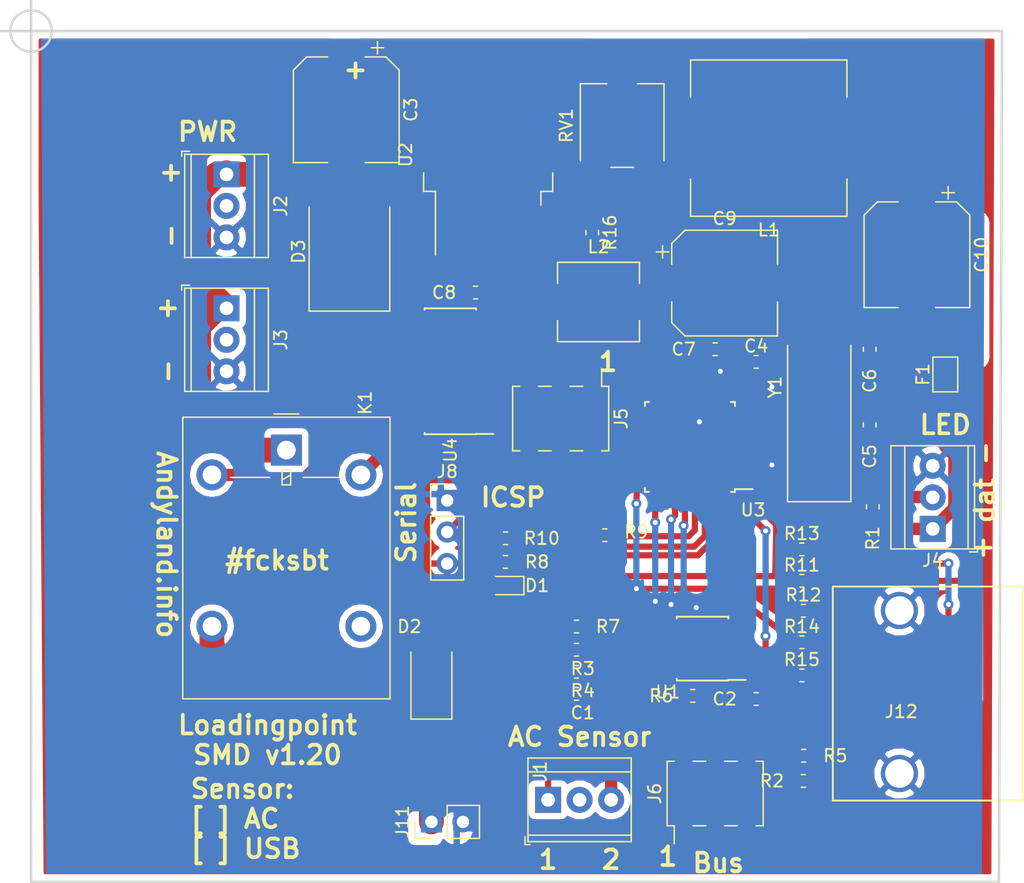
<source format=kicad_pcb>
(kicad_pcb (version 20171130) (host pcbnew 5.0.2-bee76a0~70~ubuntu18.10.1)
  (layers (0 F.Cu signal) (31 B.Cu signal) (34 B.Paste user) (35 F.Paste user) (36 B.SilkS user) (37 F.SilkS user) (38 B.Mask user) (39 F.Mask user) (44 Edge.Cuts user))
  (net 0 "")
  (net 1 GND)
  (net 2 "Net-(C1-Pad1)")
  (net 3 +5V)
  (net 4 "Net-(C5-Pad2)")
  (net 5 "Net-(C6-Pad2)")
  (net 6 "Net-(D1-Pad2)")
  (net 7 RELAIS-OUT)
  (net 8 AC-SENSE)
  (net 9 +12V)
  (net 10 "Net-(J4-Pad2)")
  (net 11 MISO)
  (net 12 SCK)
  (net 13 MOSI)
  (net 14 RESET)
  (net 15 SDAOUT)
  (net 16 SCLOUT)
  (net 17 USB-SENSE)
  (net 18 "Net-(J12-Pad2)")
  (net 19 "Net-(J12-Pad3)")
  (net 20 RELAIS)
  (net 21 WS2812B)
  (net 22 "Net-(R10-Pad2)")
  (net 23 SCL)
  (net 24 D2)
  (net 25 SDA)
  (net 26 RELAIS-DATA)
  (net 27 "Net-(J6-Pad5)")
  (net 28 RX)
  (net 29 TX)
  (net 30 "Net-(C9-Pad1)")
  (net 31 "Net-(C10-Pad1)")
  (net 32 "Net-(D3-Pad1)")
  (net 33 "Net-(R16-Pad1)")
  (module Resistor_SMD:R_0603_1608Metric (layer F.Cu) (at 96.266 82.042 180)
    (fp_text reference R7 (at -2.54 0 180) (layer F.SilkS))
    (fp_text value 470)
    (pad 2 smd roundrect (at 0.7875 0 180) (size 0.875 0.95) (layers F.Cu F.Paste F.Mask) (net 3 +5V))
    (pad 1 smd roundrect (at -0.7875 0 180) (size 0.875 0.95) (layers F.Cu F.Paste F.Mask) (net 16 SCLOUT))
  )
  (module Connector_PinHeader_2.54mm:PinHeader_2x03_P2.54mm_Vertical_SMD (layer F.Cu) (at 94.996 65.278 270)
    (fp_text reference J5 (at 0 -4.87 270) (layer F.SilkS))
    (fp_text value Conn_ICSP)
    (pad 6 smd rect (at 2.525 2.54 270) (size 3.15 1) (layers F.Cu F.Paste F.Mask) (net 1 GND))
    (pad 5 smd rect (at -2.525 2.54 270) (size 3.15 1) (layers F.Cu F.Paste F.Mask) (net 14 RESET))
    (pad 4 smd rect (at 2.525 0 270) (size 3.15 1) (layers F.Cu F.Paste F.Mask) (net 13 MOSI))
    (pad 3 smd rect (at -2.525 0 270) (size 3.15 1) (layers F.Cu F.Paste F.Mask) (net 12 SCK))
    (pad 2 smd rect (at 2.525 -2.54 270) (size 3.15 1) (layers F.Cu F.Paste F.Mask) (net 3 +5V))
    (pad 1 smd rect (at -2.525 -2.54 270) (size 3.15 1) (layers F.Cu F.Paste F.Mask) (net 11 MISO))
  )
  (module Wuerth_USB_A:Wurth_USB_A_62900416021 (layer F.Cu) (at 118.618 83.82)
    (fp_text reference J12 (at 3.81 5.08) (layer F.SilkS))
    (fp_text value USB_A)
    (pad 1 smd rect (at 0 7) (size 3.2 1.2) (layers F.Cu F.Paste F.Mask) (net 17 USB-SENSE))
    (pad 2 smd rect (at 0 4.5) (size 3.2 1.2) (layers F.Cu F.Paste F.Mask) (net 18 "Net-(J12-Pad2)"))
    (pad 3 smd rect (at 0 2.5) (size 3.2 1.2) (layers F.Cu F.Paste F.Mask) (net 19 "Net-(J12-Pad3)"))
    (pad 4 smd rect (at 0 0) (size 3.2 1.2) (layers F.Cu F.Paste F.Mask) (net 1 GND))
    (pad 5 thru_hole circle (at 3.67 -3.07) (size 3 3) (drill 2.3) (layers *.Cu *.Mask) (net 1 GND))
    (pad 5 thru_hole circle (at 3.67 10.07) (size 3 3) (drill 2.3) (layers *.Cu *.Mask) (net 1 GND))
  )
  (module Capacitor_SMD:C_0603_1608Metric (layer F.Cu) (at 110.744 60.706 180)
    (fp_text reference C4 (at 0 1.27 180) (layer F.SilkS))
    (fp_text value 100nF)
    (pad 2 smd roundrect (at 0.7875 0 180) (size 0.875 0.95) (layers F.Cu F.Paste F.Mask) (net 1 GND))
    (pad 1 smd roundrect (at -0.7875 0 180) (size 0.875 0.95) (layers F.Cu F.Paste F.Mask) (net 3 +5V))
  )
  (module Capacitor_SMD:C_0603_1608Metric (layer F.Cu) (at 96.266456 87.470425 180)
    (fp_text reference C1 (at -0.508 -1.524 180) (layer F.SilkS))
    (fp_text value 100µ)
    (pad 1 smd roundrect (at -0.7875 0 180) (size 0.875 0.95) (layers F.Cu F.Paste F.Mask) (net 2 "Net-(C1-Pad1)"))
    (pad 2 smd roundrect (at 0.7875 0 180) (size 0.875 0.95) (layers F.Cu F.Paste F.Mask) (net 1 GND))
  )
  (module Capacitor_SMD:C_0603_1608Metric (layer F.Cu) (at 110.744 87.884)
    (fp_text reference C2 (at -2.54 0) (layer F.SilkS))
    (fp_text value 100nF)
    (pad 1 smd roundrect (at -0.7875 0) (size 0.875 0.95) (layers F.Cu F.Paste F.Mask) (net 3 +5V))
    (pad 2 smd roundrect (at 0.7875 0) (size 0.875 0.95) (layers F.Cu F.Paste F.Mask) (net 1 GND))
  )
  (module Capacitor_SMD:C_0603_1608Metric (layer F.Cu) (at 119.888 65.786 270)
    (fp_text reference C5 (at 2.54 0 270) (layer F.SilkS))
    (fp_text value 18pF)
    (pad 1 smd roundrect (at -0.7875 0 270) (size 0.875 0.95) (layers F.Cu F.Paste F.Mask) (net 1 GND))
    (pad 2 smd roundrect (at 0.7875 0 270) (size 0.875 0.95) (layers F.Cu F.Paste F.Mask) (net 4 "Net-(C5-Pad2)"))
  )
  (module Capacitor_SMD:C_0603_1608Metric (layer F.Cu) (at 119.888 59.69 270)
    (fp_text reference C6 (at 2.54 0 270) (layer F.SilkS))
    (fp_text value 18pF)
    (pad 2 smd roundrect (at 0.7875 0 270) (size 0.875 0.95) (layers F.Cu F.Paste F.Mask) (net 5 "Net-(C6-Pad2)"))
    (pad 1 smd roundrect (at -0.7875 0 270) (size 0.875 0.95) (layers F.Cu F.Paste F.Mask) (net 1 GND))
  )
  (module Capacitor_SMD:C_0603_1608Metric (layer F.Cu) (at 107.442 59.69)
    (fp_text reference C7 (at -2.54 0) (layer F.SilkS))
    (fp_text value 100nF)
    (pad 1 smd roundrect (at -0.7875 0) (size 0.875 0.95) (layers F.Cu F.Paste F.Mask) (net 3 +5V))
    (pad 2 smd roundrect (at 0.7875 0) (size 0.875 0.95) (layers F.Cu F.Paste F.Mask) (net 1 GND))
  )
  (module Capacitor_SMD:C_0603_1608Metric (layer F.Cu) (at 88.138 55.118)
    (fp_text reference C8 (at -2.54 0 -180) (layer F.SilkS))
    (fp_text value 100nF)
    (pad 2 smd roundrect (at 0.7875 0) (size 0.875 0.95) (layers F.Cu F.Paste F.Mask) (net 1 GND))
    (pad 1 smd roundrect (at -0.7875 0) (size 0.875 0.95) (layers F.Cu F.Paste F.Mask) (net 3 +5V))
  )
  (module LED_SMD:LED_0603_1608Metric (layer F.Cu) (at 90.551 78.74 180)
    (fp_text reference D1 (at -2.54 0 180) (layer F.SilkS))
    (fp_text value LED)
    (pad 1 smd roundrect (at -0.7875 0 180) (size 0.875 0.95) (layers F.Cu F.Paste F.Mask) (net 1 GND))
    (pad 2 smd roundrect (at 0.7875 0 180) (size 0.875 0.95) (layers F.Cu F.Paste F.Mask) (net 6 "Net-(D1-Pad2)"))
  )
  (module Diode_SMD:D_SMA (layer F.Cu) (at 84.582 86.106 90)
    (fp_text reference D2 (at 4.064 -1.778 -180) (layer F.SilkS))
    (fp_text value NRVA4007T3G)
    (pad 1 smd rect (at -2 0 90) (size 2.5 1.8) (layers F.Cu F.Paste F.Mask) (net 7 RELAIS-OUT))
    (pad 2 smd rect (at 2 0 90) (size 2.5 1.8) (layers F.Cu F.Paste F.Mask) (net 1 GND))
  )
  (module TerminalBlock_TE-Connectivity:TerminalBlock_TE_282834-3_1x03_P2.54mm_Horizontal (layer F.Cu) (at 93.98 96.012)
    (fp_text reference J1 (at -0.635 -2.286 -270) (layer F.SilkS))
    (fp_text value SENSOR)
    (pad 3 thru_hole circle (at 5.08 0) (size 2.1 2.1) (drill 1.1) (layers *.Cu *.Mask) (net 2 "Net-(C1-Pad1)"))
    (pad 2 thru_hole circle (at 2.54 0) (size 2.1 2.1) (drill 1.1) (layers *.Cu *.Mask))
    (pad 1 thru_hole rect (at 0 0) (size 2.1 2.1) (drill 1.1) (layers *.Cu *.Mask) (net 8 AC-SENSE))
  )
  (module TerminalBlock_TE-Connectivity:TerminalBlock_TE_282834-3_1x03_P2.54mm_Horizontal (layer F.Cu) (at 68.072 45.593 270)
    (fp_text reference J2 (at 2.54 -4.37 270) (layer F.SilkS))
    (fp_text value "PWR IN")
    (pad 1 thru_hole rect (at 0 0 270) (size 2.1 2.1) (drill 1.1) (layers *.Cu *.Mask) (net 9 +12V))
    (pad 2 thru_hole circle (at 2.54 0 270) (size 2.1 2.1) (drill 1.1) (layers *.Cu *.Mask))
    (pad 3 thru_hole circle (at 5.08 0 270) (size 2.1 2.1) (drill 1.1) (layers *.Cu *.Mask) (net 1 GND))
  )
  (module TerminalBlock_TE-Connectivity:TerminalBlock_TE_282834-3_1x03_P2.54mm_Horizontal (layer F.Cu) (at 68.072 56.388 270)
    (fp_text reference J3 (at 2.54 -4.37 270) (layer F.SilkS))
    (fp_text value "PWR THRU")
    (pad 3 thru_hole circle (at 5.08 0 270) (size 2.1 2.1) (drill 1.1) (layers *.Cu *.Mask) (net 1 GND))
    (pad 2 thru_hole circle (at 2.54 0 270) (size 2.1 2.1) (drill 1.1) (layers *.Cu *.Mask))
    (pad 1 thru_hole rect (at 0 0 270) (size 2.1 2.1) (drill 1.1) (layers *.Cu *.Mask) (net 9 +12V))
  )
  (module TerminalBlock_TE-Connectivity:TerminalBlock_TE_282834-3_1x03_P2.54mm_Horizontal (layer F.Cu) (at 124.968 74.168 90)
    (fp_text reference J4 (at -2.54 0 -180) (layer F.SilkS))
    (fp_text value LED)
    (pad 1 thru_hole rect (at 0 0 90) (size 2.1 2.1) (drill 1.1) (layers *.Cu *.Mask) (net 3 +5V))
    (pad 2 thru_hole circle (at 2.54 0 90) (size 2.1 2.1) (drill 1.1) (layers *.Cu *.Mask) (net 10 "Net-(J4-Pad2)"))
    (pad 3 thru_hole circle (at 5.08 0 90) (size 2.1 2.1) (drill 1.1) (layers *.Cu *.Mask) (net 1 GND))
  )
  (module Connector_PinHeader_2.54mm:PinHeader_2x03_P2.54mm_Vertical_SMD (layer F.Cu) (at 107.442 95.504 90)
    (fp_text reference J6 (at 0 -4.87 90) (layer F.SilkS))
    (fp_text value Conn_Bus)
    (pad 1 smd rect (at -2.525 -2.54 90) (size 3.15 1) (layers F.Cu F.Paste F.Mask))
    (pad 2 smd rect (at 2.525 -2.54 90) (size 3.15 1) (layers F.Cu F.Paste F.Mask))
    (pad 3 smd rect (at -2.525 0 90) (size 3.15 1) (layers F.Cu F.Paste F.Mask))
    (pad 4 smd rect (at 2.525 0 90) (size 3.15 1) (layers F.Cu F.Paste F.Mask) (net 16 SCLOUT))
    (pad 5 smd rect (at -2.525 2.54 90) (size 3.15 1) (layers F.Cu F.Paste F.Mask) (net 27 "Net-(J6-Pad5)"))
    (pad 6 smd rect (at 2.525 2.54 90) (size 3.15 1) (layers F.Cu F.Paste F.Mask) (net 15 SDAOUT))
  )
  (module Relay_THT:Relay_SPDT_Omron-G5LE-1 (layer F.Cu) (at 72.898 67.818)
    (fp_text reference K1 (at 6.35 -3.81 90) (layer F.SilkS))
    (fp_text value G5LE-1)
    (pad 1 thru_hole rect (at 0 0) (size 2.5 2.5) (drill 1.5) (layers *.Cu *.Mask) (net 9 +12V))
    (pad 2 thru_hole oval (at -6 2) (size 2.5 2.5) (drill 1.5) (layers *.Cu *.Mask) (net 3 +5V))
    (pad 3 thru_hole oval (at -6 14.2) (size 2.5 2.5) (drill 1.5) (layers *.Cu *.Mask) (net 7 RELAIS-OUT))
    (pad 4 thru_hole oval (at 6 14.2) (size 2.5 2.5) (drill 1.5) (layers *.Cu *.Mask))
    (pad 5 thru_hole oval (at 6 2) (size 2.5 2.5) (drill 1.5) (layers *.Cu *.Mask) (net 20 RELAIS))
  )
  (module Resistor_SMD:R_0603_1608Metric (layer F.Cu) (at 120.142 72.39 90)
    (fp_text reference R1 (at -2.54 0 90) (layer F.SilkS))
    (fp_text value 470)
    (pad 2 smd roundrect (at 0.7875 0 90) (size 0.875 0.95) (layers F.Cu F.Paste F.Mask) (net 10 "Net-(J4-Pad2)"))
    (pad 1 smd roundrect (at -0.7875 0 90) (size 0.875 0.95) (layers F.Cu F.Paste F.Mask) (net 21 WS2812B))
  )
  (module Resistor_SMD:R_0603_1608Metric (layer F.Cu) (at 96.266456 83.914425)
    (fp_text reference R3 (at 0.508 1.524) (layer F.SilkS))
    (fp_text value 10K)
    (pad 1 smd roundrect (at -0.7875 0) (size 0.875 0.95) (layers F.Cu F.Paste F.Mask) (net 3 +5V))
    (pad 2 smd roundrect (at 0.7875 0) (size 0.875 0.95) (layers F.Cu F.Paste F.Mask) (net 2 "Net-(C1-Pad1)"))
  )
  (module Resistor_SMD:R_0603_1608Metric (layer F.Cu) (at 96.266456 85.692425 180)
    (fp_text reference R4 (at -0.508 -1.524 180) (layer F.SilkS))
    (fp_text value 10K)
    (pad 2 smd roundrect (at 0.7875 0 180) (size 0.875 0.95) (layers F.Cu F.Paste F.Mask) (net 1 GND))
    (pad 1 smd roundrect (at -0.7875 0 180) (size 0.875 0.95) (layers F.Cu F.Paste F.Mask) (net 2 "Net-(C1-Pad1)"))
  )
  (module Resistor_SMD:R_0603_1608Metric (layer F.Cu) (at 114.5795 92.456 180)
    (fp_text reference R5 (at -2.54 0 180) (layer F.SilkS))
    (fp_text value 470)
    (pad 1 smd roundrect (at -0.7875 0 180) (size 0.875 0.95) (layers F.Cu F.Paste F.Mask) (net 1 GND))
    (pad 2 smd roundrect (at 0.7875 0 180) (size 0.875 0.95) (layers F.Cu F.Paste F.Mask) (net 15 SDAOUT))
  )
  (module Resistor_SMD:R_0603_1608Metric (layer F.Cu) (at 105.6385 87.63 180)
    (fp_text reference R6 (at 2.54 0 180) (layer F.SilkS))
    (fp_text value 100)
    (pad 2 smd roundrect (at 0.7875 0 180) (size 0.875 0.95) (layers F.Cu F.Paste F.Mask) (net 16 SCLOUT))
    (pad 1 smd roundrect (at -0.7875 0 180) (size 0.875 0.95) (layers F.Cu F.Paste F.Mask) (net 15 SDAOUT))
  )
  (module Resistor_SMD:R_0603_1608Metric (layer F.Cu) (at 90.551 76.835)
    (fp_text reference R8 (at 2.54 0) (layer F.SilkS))
    (fp_text value 470)
    (pad 1 smd roundrect (at -0.7875 0) (size 0.875 0.95) (layers F.Cu F.Paste F.Mask) (net 6 "Net-(D1-Pad2)"))
    (pad 2 smd roundrect (at 0.7875 0) (size 0.875 0.95) (layers F.Cu F.Paste F.Mask) (net 22 "Net-(R10-Pad2)"))
  )
  (module Resistor_SMD:R_0603_1608Metric (layer F.Cu) (at 98.552 74.676)
    (fp_text reference R9 (at 2.54 -0.254) (layer F.SilkS))
    (fp_text value 10K)
    (pad 1 smd roundrect (at -0.7875 0) (size 0.875 0.95) (layers F.Cu F.Paste F.Mask) (net 3 +5V))
    (pad 2 smd roundrect (at 0.7875 0) (size 0.875 0.95) (layers F.Cu F.Paste F.Mask) (net 14 RESET))
  )
  (module Resistor_SMD:R_0603_1608Metric (layer F.Cu) (at 90.551 74.93)
    (fp_text reference R10 (at 2.921 0) (layer F.SilkS))
    (fp_text value 470)
    (pad 2 smd roundrect (at 0.7875 0) (size 0.875 0.95) (layers F.Cu F.Paste F.Mask) (net 22 "Net-(R10-Pad2)"))
    (pad 1 smd roundrect (at -0.7875 0) (size 0.875 0.95) (layers F.Cu F.Paste F.Mask) (net 6 "Net-(D1-Pad2)"))
  )
  (module Resistor_SMD:R_0603_1608Metric (layer F.Cu) (at 114.427 78.359)
    (fp_text reference R11 (at 0 -1.27) (layer F.SilkS))
    (fp_text value 3K3)
    (pad 1 smd roundrect (at -0.7875 0) (size 0.875 0.95) (layers F.Cu F.Paste F.Mask) (net 3 +5V))
    (pad 2 smd roundrect (at 0.7875 0) (size 0.875 0.95) (layers F.Cu F.Paste F.Mask) (net 18 "Net-(J12-Pad2)"))
  )
  (module Resistor_SMD:R_0603_1608Metric (layer F.Cu) (at 114.554 80.772 180)
    (fp_text reference R12 (at 0 1.27 180) (layer F.SilkS))
    (fp_text value 2K2)
    (pad 2 smd roundrect (at 0.7875 0 180) (size 0.875 0.95) (layers F.Cu F.Paste F.Mask) (net 1 GND))
    (pad 1 smd roundrect (at -0.7875 0 180) (size 0.875 0.95) (layers F.Cu F.Paste F.Mask) (net 18 "Net-(J12-Pad2)"))
  )
  (module Resistor_SMD:R_0603_1608Metric (layer F.Cu) (at 114.427 75.819)
    (fp_text reference R13 (at 0 -1.27) (layer F.SilkS))
    (fp_text value 3K3)
    (pad 1 smd roundrect (at -0.7875 0) (size 0.875 0.95) (layers F.Cu F.Paste F.Mask) (net 3 +5V))
    (pad 2 smd roundrect (at 0.7875 0) (size 0.875 0.95) (layers F.Cu F.Paste F.Mask) (net 19 "Net-(J12-Pad3)"))
  )
  (module Resistor_SMD:R_0603_1608Metric (layer F.Cu) (at 114.427 83.312 180)
    (fp_text reference R14 (at 0 1.27 180) (layer F.SilkS))
    (fp_text value 2K2)
    (pad 1 smd roundrect (at -0.7875 0 180) (size 0.875 0.95) (layers F.Cu F.Paste F.Mask) (net 19 "Net-(J12-Pad3)"))
    (pad 2 smd roundrect (at 0.7875 0 180) (size 0.875 0.95) (layers F.Cu F.Paste F.Mask) (net 1 GND))
  )
  (module Package_SO:SOIC-8_3.9x4.9mm_P1.27mm (layer F.Cu) (at 106.426 83.82 180)
    (fp_text reference U1 (at 2.794 -3.5 180) (layer F.SilkS))
    (fp_text value MAX485E)
    (pad 1 smd rect (at -2.7 -1.905 180) (size 1.55 0.6) (layers F.Cu F.Paste F.Mask) (net 25 SDA))
    (pad 2 smd rect (at -2.7 -0.635 180) (size 1.55 0.6) (layers F.Cu F.Paste F.Mask) (net 24 D2))
    (pad 3 smd rect (at -2.7 0.635 180) (size 1.55 0.6) (layers F.Cu F.Paste F.Mask) (net 24 D2))
    (pad 4 smd rect (at -2.7 1.905 180) (size 1.55 0.6) (layers F.Cu F.Paste F.Mask) (net 23 SCL))
    (pad 5 smd rect (at 2.7 1.905 180) (size 1.55 0.6) (layers F.Cu F.Paste F.Mask) (net 1 GND))
    (pad 6 smd rect (at 2.7 0.635 180) (size 1.55 0.6) (layers F.Cu F.Paste F.Mask) (net 16 SCLOUT))
    (pad 7 smd rect (at 2.7 -0.635 180) (size 1.55 0.6) (layers F.Cu F.Paste F.Mask) (net 15 SDAOUT))
    (pad 8 smd rect (at 2.7 -1.905 180) (size 1.55 0.6) (layers F.Cu F.Paste F.Mask) (net 3 +5V))
  )
  (module Package_QFP:TQFP-32_7x7mm_P0.8mm (layer F.Cu) (at 105.41 67.564 180)
    (fp_text reference U3 (at -5.09 -5.08 180) (layer F.SilkS))
    (fp_text value ATmega328P-AU)
    (pad 1 smd rect (at -4.25 -2.8 180) (size 1.6 0.55) (layers F.Cu F.Paste F.Mask) (net 22 "Net-(R10-Pad2)"))
    (pad 2 smd rect (at -4.25 -2 180) (size 1.6 0.55) (layers F.Cu F.Paste F.Mask) (net 21 WS2812B))
    (pad 3 smd rect (at -4.25 -1.2 180) (size 1.6 0.55) (layers F.Cu F.Paste F.Mask) (net 1 GND))
    (pad 4 smd rect (at -4.25 -0.4 180) (size 1.6 0.55) (layers F.Cu F.Paste F.Mask) (net 3 +5V))
    (pad 5 smd rect (at -4.25 0.4 180) (size 1.6 0.55) (layers F.Cu F.Paste F.Mask) (net 1 GND))
    (pad 6 smd rect (at -4.25 1.2 180) (size 1.6 0.55) (layers F.Cu F.Paste F.Mask) (net 3 +5V))
    (pad 7 smd rect (at -4.25 2 180) (size 1.6 0.55) (layers F.Cu F.Paste F.Mask) (net 4 "Net-(C5-Pad2)"))
    (pad 8 smd rect (at -4.25 2.8 180) (size 1.6 0.55) (layers F.Cu F.Paste F.Mask) (net 5 "Net-(C6-Pad2)"))
    (pad 9 smd rect (at -2.8 4.25 270) (size 1.6 0.55) (layers F.Cu F.Paste F.Mask))
    (pad 10 smd rect (at -2 4.25 270) (size 1.6 0.55) (layers F.Cu F.Paste F.Mask))
    (pad 11 smd rect (at -1.2 4.25 270) (size 1.6 0.55) (layers F.Cu F.Paste F.Mask) (net 26 RELAIS-DATA))
    (pad 12 smd rect (at -0.4 4.25 270) (size 1.6 0.55) (layers F.Cu F.Paste F.Mask))
    (pad 13 smd rect (at 0.4 4.25 270) (size 1.6 0.55) (layers F.Cu F.Paste F.Mask))
    (pad 14 smd rect (at 1.2 4.25 270) (size 1.6 0.55) (layers F.Cu F.Paste F.Mask))
    (pad 15 smd rect (at 2 4.25 270) (size 1.6 0.55) (layers F.Cu F.Paste F.Mask) (net 13 MOSI))
    (pad 16 smd rect (at 2.8 4.25 270) (size 1.6 0.55) (layers F.Cu F.Paste F.Mask) (net 11 MISO))
    (pad 17 smd rect (at 4.25 2.8 180) (size 1.6 0.55) (layers F.Cu F.Paste F.Mask) (net 12 SCK))
    (pad 18 smd rect (at 4.25 2 180) (size 1.6 0.55) (layers F.Cu F.Paste F.Mask) (net 3 +5V))
    (pad 19 smd rect (at 4.25 1.2 180) (size 1.6 0.55) (layers F.Cu F.Paste F.Mask))
    (pad 20 smd rect (at 4.25 0.4 180) (size 1.6 0.55) (layers F.Cu F.Paste F.Mask) (net 3 +5V))
    (pad 21 smd rect (at 4.25 -0.4 180) (size 1.6 0.55) (layers F.Cu F.Paste F.Mask) (net 1 GND))
    (pad 22 smd rect (at 4.25 -1.2 180) (size 1.6 0.55) (layers F.Cu F.Paste F.Mask))
    (pad 23 smd rect (at 4.25 -2 180) (size 1.6 0.55) (layers F.Cu F.Paste F.Mask))
    (pad 24 smd rect (at 4.25 -2.8 180) (size 1.6 0.55) (layers F.Cu F.Paste F.Mask) (net 17 USB-SENSE))
    (pad 25 smd rect (at 2.8 -4.25 270) (size 1.6 0.55) (layers F.Cu F.Paste F.Mask) (net 8 AC-SENSE))
    (pad 26 smd rect (at 2 -4.25 270) (size 1.6 0.55) (layers F.Cu F.Paste F.Mask))
    (pad 27 smd rect (at 1.2 -4.25 270) (size 1.6 0.55) (layers F.Cu F.Paste F.Mask) (net 25 SDA))
    (pad 28 smd rect (at 0.4 -4.25 270) (size 1.6 0.55) (layers F.Cu F.Paste F.Mask) (net 23 SCL))
    (pad 29 smd rect (at -0.4 -4.25 270) (size 1.6 0.55) (layers F.Cu F.Paste F.Mask) (net 14 RESET))
    (pad 30 smd rect (at -1.2 -4.25 270) (size 1.6 0.55) (layers F.Cu F.Paste F.Mask) (net 28 RX))
    (pad 31 smd rect (at -2 -4.25 270) (size 1.6 0.55) (layers F.Cu F.Paste F.Mask) (net 29 TX))
    (pad 32 smd rect (at -2.8 -4.25 270) (size 1.6 0.55) (layers F.Cu F.Paste F.Mask) (net 24 D2))
  )
  (module Package_SO:SOIC-16_3.9x9.9mm_P1.27mm (layer F.Cu) (at 86.106 61.468 180)
    (fp_text reference U4 (at 0 -6.35 -90) (layer F.SilkS))
    (fp_text value ULN2003D)
    (pad 1 smd rect (at -2.7 -4.445 180) (size 1.5 0.6) (layers F.Cu F.Paste F.Mask) (net 26 RELAIS-DATA))
    (pad 2 smd rect (at -2.7 -3.175 180) (size 1.5 0.6) (layers F.Cu F.Paste F.Mask))
    (pad 3 smd rect (at -2.7 -1.905 180) (size 1.5 0.6) (layers F.Cu F.Paste F.Mask))
    (pad 4 smd rect (at -2.7 -0.635 180) (size 1.5 0.6) (layers F.Cu F.Paste F.Mask))
    (pad 5 smd rect (at -2.7 0.635 180) (size 1.5 0.6) (layers F.Cu F.Paste F.Mask))
    (pad 6 smd rect (at -2.7 1.905 180) (size 1.5 0.6) (layers F.Cu F.Paste F.Mask))
    (pad 7 smd rect (at -2.7 3.175 180) (size 1.5 0.6) (layers F.Cu F.Paste F.Mask))
    (pad 8 smd rect (at -2.7 4.445 180) (size 1.5 0.6) (layers F.Cu F.Paste F.Mask) (net 1 GND))
    (pad 9 smd rect (at 2.7 4.445 180) (size 1.5 0.6) (layers F.Cu F.Paste F.Mask) (net 3 +5V))
    (pad 10 smd rect (at 2.7 3.175 180) (size 1.5 0.6) (layers F.Cu F.Paste F.Mask))
    (pad 11 smd rect (at 2.7 1.905 180) (size 1.5 0.6) (layers F.Cu F.Paste F.Mask))
    (pad 12 smd rect (at 2.7 0.635 180) (size 1.5 0.6) (layers F.Cu F.Paste F.Mask))
    (pad 13 smd rect (at 2.7 -0.635 180) (size 1.5 0.6) (layers F.Cu F.Paste F.Mask))
    (pad 14 smd rect (at 2.7 -1.905 180) (size 1.5 0.6) (layers F.Cu F.Paste F.Mask))
    (pad 15 smd rect (at 2.7 -3.175 180) (size 1.5 0.6) (layers F.Cu F.Paste F.Mask))
    (pad 16 smd rect (at 2.7 -4.445 180) (size 1.5 0.6) (layers F.Cu F.Paste F.Mask) (net 20 RELAIS))
  )
  (module Resistor_SMD:R_0603_1608Metric (layer F.Cu) (at 114.427 85.979)
    (fp_text reference R15 (at 0 -1.27) (layer F.SilkS))
    (fp_text value 0,1)
    (pad 1 smd roundrect (at -0.7875 0) (size 0.875 0.95) (layers F.Cu F.Paste F.Mask) (net 3 +5V))
    (pad 2 smd roundrect (at 0.7875 0) (size 0.875 0.95) (layers F.Cu F.Paste F.Mask) (net 17 USB-SENSE))
  )
  (module Resistor_SMD:R_0603_1608Metric (layer F.Cu) (at 114.554 94.488 180)
    (fp_text reference R2 (at 2.54 0 180) (layer F.SilkS))
    (fp_text value 0)
    (pad 1 smd roundrect (at -0.7875 0 180) (size 0.875 0.95) (layers F.Cu F.Paste F.Mask) (net 1 GND))
    (pad 2 smd roundrect (at 0.7875 0 180) (size 0.875 0.95) (layers F.Cu F.Paste F.Mask) (net 27 "Net-(J6-Pad5)"))
  )
  (module Connector_PinHeader_2.54mm:PinHeader_1x02_P2.54mm_Vertical (layer F.Cu) (at 84.582 97.79 90)
    (fp_text reference J11 (at 0 -2.33 90) (layer F.SilkS))
    (fp_text value Conn_01x02_Male)
    (pad 1 thru_hole rect (at 0 0 90) (size 1.7 1.7) (drill 1) (layers *.Cu *.Mask) (net 7 RELAIS-OUT))
    (pad 2 thru_hole oval (at 0 2.54 90) (size 1.7 1.7) (drill 1) (layers *.Cu *.Mask) (net 1 GND))
  )
  (module Crystal:Crystal_SMD_HC49-SD (layer F.Cu) (at 115.824 65.278 90)
    (fp_text reference Y1 (at 2.54 -3.556 90) (layer F.SilkS))
    (fp_text value Crystal)
    (pad 1 smd rect (at -4.25 0 90) (size 4.5 2) (layers F.Cu F.Paste F.Mask) (net 4 "Net-(C5-Pad2)"))
    (pad 2 smd rect (at 4.25 0 90) (size 4.5 2) (layers F.Cu F.Paste F.Mask) (net 5 "Net-(C6-Pad2)"))
  )
  (module Connector_PinHeader_2.54mm:PinHeader_1x03_P2.54mm_Vertical (layer F.Cu) (at 85.852 71.882)
    (fp_text reference J8 (at 0 -2.33) (layer F.SilkS))
    (fp_text value Serial)
    (pad 1 thru_hole rect (at 0 0) (size 1.7 1.7) (drill 1) (layers *.Cu *.Mask) (net 28 RX))
    (pad 2 thru_hole oval (at 0 2.54) (size 1.7 1.7) (drill 1) (layers *.Cu *.Mask) (net 29 TX))
    (pad 3 thru_hole oval (at 0 5.08) (size 1.7 1.7) (drill 1) (layers *.Cu *.Mask) (net 1 GND))
  )
  (module Capacitor_SMD:CP_Elec_8x10 (layer F.Cu) (at 77.724 40.386 270)
    (fp_text reference C3 (at 0 -5.2 270) (layer F.SilkS))
    (fp_text value 100µF)
    (pad 2 smd roundrect (at 3.25 0 270) (size 3.5 2.5) (layers F.Cu F.Paste F.Mask) (roundrect_rratio 0.1) (net 1 GND))
    (pad 1 smd roundrect (at -3.25 0 270) (size 3.5 2.5) (layers F.Cu F.Paste F.Mask) (roundrect_rratio 0.1) (net 9 +12V))
  )
  (module Capacitor_SMD:CP_Elec_8x10 (layer F.Cu) (at 108.204 54.356)
    (fp_text reference C9 (at 0 -5.2) (layer F.SilkS))
    (fp_text value 220µF)
    (pad 1 smd roundrect (at -3.25 0) (size 3.5 2.5) (layers F.Cu F.Paste F.Mask) (roundrect_rratio 0.1) (net 30 "Net-(C9-Pad1)"))
    (pad 2 smd roundrect (at 3.25 0) (size 3.5 2.5) (layers F.Cu F.Paste F.Mask) (roundrect_rratio 0.1) (net 1 GND))
  )
  (module Capacitor_SMD:CP_Elec_8x10 (layer F.Cu) (at 123.698 52.07 270)
    (fp_text reference C10 (at 0 -5.2 270) (layer F.SilkS))
    (fp_text value 100µF)
    (pad 1 smd roundrect (at -3.25 0 270) (size 3.5 2.5) (layers F.Cu F.Paste F.Mask) (roundrect_rratio 0.1) (net 31 "Net-(C10-Pad1)"))
    (pad 2 smd roundrect (at 3.25 0 270) (size 3.5 2.5) (layers F.Cu F.Paste F.Mask) (roundrect_rratio 0.1) (net 1 GND))
  )
  (module Jumper:SolderJumper-2_P1.3mm_Open_Pad1.0x1.5mm (layer F.Cu) (at 125.984 61.722 90)
    (fp_text reference F1 (at 0 -1.8 90) (layer F.SilkS))
    (fp_text value Fuse)
    (pad 2 smd rect (at 0.65 0 90) (size 1 1.5) (layers F.Cu F.Mask) (net 31 "Net-(C10-Pad1)"))
    (pad 1 smd rect (at -0.65 0 90) (size 1 1.5) (layers F.Cu F.Mask) (net 3 +5V))
  )
  (module Inductor_SMD:L_12x12mm_H8mm (layer F.Cu) (at 111.76 42.672 180)
    (fp_text reference L1 (at 0 -7.4 180) (layer F.SilkS))
    (fp_text value 33µH)
    (pad 1 smd rect (at -4.95 0 180) (size 2.9 5.4) (layers F.Cu F.Paste F.Mask) (net 32 "Net-(D3-Pad1)"))
    (pad 2 smd rect (at 4.95 0 180) (size 2.9 5.4) (layers F.Cu F.Paste F.Mask) (net 30 "Net-(C9-Pad1)"))
  )
  (module Inductor_SMD:L_6.3x6.3_H3 (layer F.Cu) (at 98.044 55.88)
    (fp_text reference L2 (at 0 -4.45) (layer F.SilkS))
    (fp_text value 22µH)
    (pad 1 smd rect (at -2.75 0) (size 1.5 2.4) (layers F.Cu F.Paste F.Mask) (net 30 "Net-(C9-Pad1)"))
    (pad 2 smd rect (at 2.75 0) (size 1.5 2.4) (layers F.Cu F.Paste F.Mask) (net 31 "Net-(C10-Pad1)"))
  )
  (module Resistor_SMD:R_0603_1608Metric (layer F.Cu) (at 97.536 50.292 270)
    (fp_text reference R16 (at 0 -1.43 270) (layer F.SilkS))
    (fp_text value 1,21K)
    (pad 1 smd roundrect (at -0.7875 0 270) (size 0.875 0.95) (layers F.Cu F.Paste F.Mask) (net 33 "Net-(R16-Pad1)"))
    (pad 2 smd roundrect (at 0.7875 0 270) (size 0.875 0.95) (layers F.Cu F.Paste F.Mask) (net 1 GND))
  )
  (module Potentiometer_SMD:Potentiometer_ACP_CA6-VSMD_Vertical (layer F.Cu) (at 99.949 41.656 90)
    (fp_text reference RV1 (at 0 -4.5 90) (layer F.SilkS))
    (fp_text value 50K)
    (pad 3 smd rect (at -4.325 -2.15 90) (size 2.5 2) (layers F.Cu F.Paste F.Mask) (net 33 "Net-(R16-Pad1)"))
    (pad 2 smd rect (at 4.325 0 90) (size 2.5 2) (layers F.Cu F.Paste F.Mask) (net 33 "Net-(R16-Pad1)"))
    (pad 1 smd rect (at -4.325 2.15 90) (size 2.5 2) (layers F.Cu F.Paste F.Mask) (net 30 "Net-(C9-Pad1)"))
  )
  (module Package_TO_SOT_SMD:TO-263-5_TabPin3 (layer F.Cu) (at 89.154 44.015 90)
    (fp_text reference U2 (at 0 -6.65 90) (layer F.SilkS))
    (fp_text value LM2596S-ADJ)
    (pad 1 smd rect (at -5.775 -3.4 90) (size 4.6 1.1) (layers F.Cu F.Paste F.Mask) (net 9 +12V))
    (pad 2 smd rect (at -5.775 -1.7 90) (size 4.6 1.1) (layers F.Cu F.Paste F.Mask) (net 32 "Net-(D3-Pad1)"))
    (pad 3 smd rect (at -5.775 0 90) (size 4.6 1.1) (layers F.Cu F.Paste F.Mask) (net 1 GND))
    (pad 4 smd rect (at -5.775 1.7 90) (size 4.6 1.1) (layers F.Cu F.Paste F.Mask) (net 33 "Net-(R16-Pad1)"))
    (pad 5 smd rect (at -5.775 3.4 90) (size 4.6 1.1) (layers F.Cu F.Paste F.Mask) (net 1 GND))
    (pad 3 smd rect (at 3.375 0 90) (size 9.4 10.8) (layers F.Cu F.Mask) (net 1 GND))
  )
  (module Diode_SMD:D_SMC (layer F.Cu) (at 77.978 51.816 90)
    (fp_text reference D3 (at 0 -4.1 90) (layer F.SilkS))
    (fp_text value SS34)
    (pad 1 smd rect (at -3.4 0 180) (size 3.3 2.5) (layers F.Cu F.Paste F.Mask) (net 32 "Net-(D3-Pad1)"))
    (pad 2 smd rect (at 3.4 0 180) (size 3.3 2.5) (layers F.Cu F.Paste F.Mask) (net 1 GND))
  )
  (gr_text "AC Sensor" (at 96.52 90.932) (layer F.SilkS) (effects (font (size 1.5 1.5) (thickness 0.3))))
  (gr_text Andyland.info (at 63.246 75.438 270) (layer F.SilkS) (effects (font (size 1.5 1.5) (thickness 0.3))))
  (gr_text + (at 63.246 56.388 90) (layer F.SilkS) (effects (font (size 1.5 1.5) (thickness 0.3))))
  (gr_text Bus (at 107.696 101.092) (layer F.SilkS) (effects (font (size 1.5 1.5) (thickness 0.3))))
  (gr_text Serial (at 82.55 73.66 90) (layer F.SilkS) (effects (font (size 1.5 1.5) (thickness 0.3))))
  (gr_text "ICSP\n" (at 88.392 71.628) (layer F.SilkS) (effects (font (size 1.5 1.5) (thickness 0.3)) (justify left)))
  (target plus (at 52.324 34.036) (size 5) (width 0.2) (layer Edge.Cuts))
  (gr_line (start 130.302 102.616) (end 130.556 34.036) (layer Edge.Cuts) (width 0.2))
  (gr_line (start 52.324 102.616) (end 130.302 102.616) (layer Edge.Cuts) (width 0.2))
  (gr_line (start 52.324 34.036) (end 52.324 102.616) (layer Edge.Cuts) (width 0.2))
  (gr_line (start 130.556 34.036) (end 52.324 34.036) (layer Edge.Cuts) (width 0.2))
  (gr_text "#fcksbt" (at 72.136 76.708) (layer F.SilkS) (effects (font (size 1.5 1.5) (thickness 0.3))))
  (gr_text 1 (at 98.806 60.706) (layer F.SilkS) (effects (font (size 1.5 1.5) (thickness 0.3))))
  (gr_text dat (at 129.159 71.882 90) (layer F.SilkS) (effects (font (size 1.5 1.5) (thickness 0.3))))
  (gr_text + (at 129.159 75.692 270) (layer F.SilkS) (effects (font (size 1.5 1.5) (thickness 0.3))))
  (gr_text - (at 129.159 68.072 90) (layer F.SilkS) (effects (font (size 1.5 1.5) (thickness 0.3))))
  (gr_text - (at 63.754 50.546 270) (layer F.SilkS) (effects (font (size 1.5 1.5) (thickness 0.3))))
  (gr_text - (at 63.5 61.468 270) (layer F.SilkS) (effects (font (size 1.5 1.5) (thickness 0.3))))
  (gr_text + (at 78.359 37.211 90) (layer F.SilkS) (effects (font (size 1.5 1.5) (thickness 0.3))))
  (gr_text + (at 63.5 45.466 90) (layer F.SilkS) (effects (font (size 1.5 1.5) (thickness 0.3))))
  (gr_text 2 (at 99.06 100.838) (layer F.SilkS) (effects (font (size 1.5 1.5) (thickness 0.3))))
  (gr_text 1 (at 93.98 100.838) (layer F.SilkS) (effects (font (size 1.5 1.5) (thickness 0.3))))
  (gr_text 1 (at 103.632 100.584) (layer F.SilkS) (effects (font (size 1.5 1.5) (thickness 0.3))))
  (gr_text PWR (at 66.548 42.164) (layer F.SilkS) (effects (font (size 1.5 1.5) (thickness 0.3))))
  (gr_text LED (at 125.984 65.786) (layer F.SilkS) (effects (font (size 1.5 1.5) (thickness 0.3))))
  (gr_text "Sensor:\n[ ] AC\n[ ] USB\n" (at 65.024 97.536) (layer F.SilkS) (effects (font (size 1.5 1.5) (thickness 0.3)) (justify left)))
  (gr_text "Loadingpoint\nSMD v1.20" (at 71.374 91.186) (layer F.SilkS) (effects (font (size 1.5 1.5) (thickness 0.3))))
  (segment (start 81.656 57.023) (end 75.692 62.987) (width 1) (layer F.Cu) (net 3))
  (segment (start 83.406 57.023) (end 81.656 57.023) (width 1) (layer F.Cu) (net 3))
  (segment (start 75.692 68.784002) (end 73.864002 70.612) (width 1) (layer F.Cu) (net 3))
  (segment (start 75.692 62.987) (end 75.692 68.784002) (width 1) (layer F.Cu) (net 3))
  (segment (start 73.864002 70.612) (end 70.612 70.612) (width 1) (layer F.Cu) (net 3))
  (segment (start 69.818 69.818) (end 66.898 69.818) (width 1) (layer F.Cu) (net 3))
  (segment (start 70.612 70.612) (end 69.818 69.818) (width 1) (layer F.Cu) (net 3))
  (segment (start 113.6395 75.819) (end 113.6395 78.359) (width 1) (layer F.Cu) (net 3))
  (segment (start 113.5125 75.692) (end 113.6395 75.819) (width 1) (layer F.Cu) (net 3))
  (segment (start 125.018002 74.168) (end 126.718001 72.468001) (width 1) (layer F.Cu) (net 3))
  (segment (start 124.968 74.168) (end 125.018002 74.168) (width 1) (layer F.Cu) (net 3))
  (segment (start 113.6395 75.244) (end 113.6395 75.819) (width 1) (layer F.Cu) (net 3))
  (segment (start 114.23951 74.64399) (end 113.6395 75.244) (width 1) (layer F.Cu) (net 3))
  (segment (start 120.449836 74.64399) (end 114.23951 74.64399) (width 1) (layer F.Cu) (net 3))
  (segment (start 120.925826 74.168) (end 120.449836 74.64399) (width 1) (layer F.Cu) (net 3))
  (segment (start 124.968 74.168) (end 120.925826 74.168) (width 1) (layer F.Cu) (net 3))
  (segment (start 126.718001 68.247999) (end 126.718001 72.468001) (width 1) (layer F.Cu) (net 3))
  (segment (start 125.984 67.513998) (end 126.718001 68.247999) (width 1) (layer F.Cu) (net 3))
  (segment (start 125.984 62.372) (end 125.984 67.513998) (width 1) (layer F.Cu) (net 3))
  (segment (start 115.824 68.278) (end 115.824 69.528) (width 0.5) (layer F.Cu) (net 4))
  (segment (start 113.11 65.564) (end 115.824 68.278) (width 0.5) (layer F.Cu) (net 4))
  (segment (start 109.66 65.564) (end 113.11 65.564) (width 0.5) (layer F.Cu) (net 4))
  (segment (start 116.9335 69.528) (end 115.824 69.528) (width 0.5) (layer F.Cu) (net 4))
  (segment (start 119.888 66.5735) (end 116.9335 69.528) (width 0.5) (layer F.Cu) (net 4))
  (segment (start 115.824 62.278) (end 115.824 61.028) (width 0.5) (layer F.Cu) (net 5))
  (segment (start 113.338 64.764) (end 115.824 62.278) (width 0.5) (layer F.Cu) (net 5))
  (segment (start 109.66 64.764) (end 113.338 64.764) (width 0.5) (layer F.Cu) (net 5))
  (segment (start 116.3745 60.4775) (end 115.824 61.028) (width 0.5) (layer F.Cu) (net 5))
  (segment (start 119.888 60.4775) (end 116.3745 60.4775) (width 0.5) (layer F.Cu) (net 5))
  (segment (start 89.7635 78.74) (end 89.7635 76.835) (width 0.5) (layer F.Cu) (net 6))
  (segment (start 89.7635 76.835) (end 89.7635 74.93) (width 0.5) (layer F.Cu) (net 6))
  (segment (start 66.898 82.018) (end 66.898 82.106) (width 2) (layer F.Cu) (net 7))
  (segment (start 102.61 73.654) (end 102.61 71.814) (width 0.5) (layer F.Cu) (net 8))
  (via (at 102.61 73.654) (size 0.8) (drill 0.4) (layers F.Cu B.Cu) (net 8))
  (segment (start 81.534 53.086) (end 81.534 40.946) (width 1) (layer F.Cu) (net 9))
  (segment (start 82.296 53.848) (end 81.534 53.086) (width 1) (layer F.Cu) (net 9))
  (segment (start 83.446 53.848) (end 82.296 53.848) (width 1) (layer F.Cu) (net 9))
  (segment (start 85.754 49.79) (end 85.754 51.54) (width 1) (layer F.Cu) (net 9))
  (segment (start 81.534 40.946) (end 77.724 37.136) (width 1) (layer F.Cu) (net 9))
  (segment (start 85.754 51.54) (end 83.446 53.848) (width 1) (layer F.Cu) (net 9))
  (segment (start 65.821999 54.137999) (end 68.072 56.388) (width 2) (layer F.Cu) (net 9))
  (segment (start 65.821999 47.052999) (end 65.821999 54.137999) (width 2) (layer F.Cu) (net 9))
  (segment (start 67.281998 45.593) (end 65.821999 47.052999) (width 2) (layer F.Cu) (net 9))
  (segment (start 68.072 45.593) (end 67.281998 45.593) (width 2) (layer F.Cu) (net 9))
  (segment (start 67.281998 56.388) (end 68.072 56.388) (width 2) (layer F.Cu) (net 9))
  (segment (start 65.821999 57.847999) (end 67.281998 56.388) (width 2) (layer F.Cu) (net 9))
  (segment (start 65.821999 63.991999) (end 65.821999 57.847999) (width 2) (layer F.Cu) (net 9))
  (segment (start 69.648 67.818) (end 65.821999 63.991999) (width 2) (layer F.Cu) (net 9))
  (segment (start 72.898 67.818) (end 69.648 67.818) (width 2) (layer F.Cu) (net 9))
  (segment (start 68.072 45.466) (end 68.072 45.593) (width 2) (layer F.Cu) (net 9))
  (segment (start 71.122 45.593) (end 73.406 43.309) (width 2) (layer F.Cu) (net 9))
  (segment (start 68.072 45.593) (end 71.122 45.593) (width 2) (layer F.Cu) (net 9))
  (segment (start 73.406 41.454) (end 77.724 37.136) (width 2) (layer F.Cu) (net 9))
  (segment (start 73.406 43.309) (end 73.406 41.454) (width 2) (layer F.Cu) (net 9))
  (segment (start 124.9425 71.6025) (end 124.968 71.628) (width 1) (layer F.Cu) (net 10))
  (segment (start 120.142 71.6025) (end 124.9425 71.6025) (width 1) (layer F.Cu) (net 10))
  (segment (start 98.097 63.314) (end 97.536 62.753) (width 0.5) (layer F.Cu) (net 11))
  (segment (start 102.61 63.314) (end 98.097 63.314) (width 0.5) (layer F.Cu) (net 11))
  (segment (start 94.996 63.828) (end 94.996 62.753) (width 0.5) (layer F.Cu) (net 12))
  (segment (start 95.996 64.828) (end 94.996 63.828) (width 0.5) (layer F.Cu) (net 12))
  (segment (start 99.796 64.828) (end 95.996 64.828) (width 0.5) (layer F.Cu) (net 12))
  (segment (start 99.86 64.764) (end 99.796 64.828) (width 0.5) (layer F.Cu) (net 12))
  (segment (start 101.16 64.764) (end 99.86 64.764) (width 0.5) (layer F.Cu) (net 12))
  (segment (start 103.41 62.014) (end 103.41 63.314) (width 0.5) (layer F.Cu) (net 13))
  (segment (start 102.123999 60.727999) (end 103.41 62.014) (width 0.5) (layer F.Cu) (net 13))
  (segment (start 94.135999 60.727999) (end 102.123999 60.727999) (width 0.5) (layer F.Cu) (net 13))
  (segment (start 93.996 60.867998) (end 94.135999 60.727999) (width 0.5) (layer F.Cu) (net 13))
  (segment (start 93.996 65.728) (end 93.996 60.867998) (width 0.5) (layer F.Cu) (net 13))
  (segment (start 94.996 66.728) (end 93.996 65.728) (width 0.5) (layer F.Cu) (net 13))
  (segment (start 94.996 67.803) (end 94.996 66.728) (width 0.5) (layer F.Cu) (net 13))
  (segment (start 98.396001 65.777999) (end 99.909999 67.291997) (width 0.5) (layer F.Cu) (net 14))
  (segment (start 99.909999 74.105501) (end 99.3395 74.676) (width 0.5) (layer F.Cu) (net 14))
  (segment (start 96.675999 65.777999) (end 98.396001 65.777999) (width 0.5) (layer F.Cu) (net 14))
  (segment (start 96.58599 65.868008) (end 96.675999 65.777999) (width 0.5) (layer F.Cu) (net 14))
  (segment (start 99.909999 67.291997) (end 99.909999 74.105501) (width 0.5) (layer F.Cu) (net 14))
  (segment (start 92.456 64.828) (end 90.620999 66.663001) (width 0.5) (layer F.Cu) (net 14))
  (segment (start 96.58599 70.33149) (end 96.58599 65.868008) (width 0.5) (layer F.Cu) (net 14))
  (segment (start 92.456 62.753) (end 92.456 64.828) (width 0.5) (layer F.Cu) (net 14))
  (segment (start 90.620999 66.663001) (end 90.620999 68.694485) (width 0.5) (layer F.Cu) (net 14))
  (segment (start 90.620999 68.694485) (end 92.258004 70.33149) (width 0.5) (layer F.Cu) (net 14))
  (segment (start 92.258004 70.33149) (end 96.58599 70.33149) (width 0.5) (layer F.Cu) (net 14))
  (segment (start 110.505 92.456) (end 109.982 92.979) (width 0.5) (layer F.Cu) (net 15))
  (segment (start 113.792 92.456) (end 110.505 92.456) (width 0.5) (layer F.Cu) (net 15))
  (segment (start 109.982 91.186) (end 109.982 92.979) (width 0.5) (layer F.Cu) (net 15))
  (segment (start 106.426 87.63) (end 109.982 91.186) (width 0.5) (layer F.Cu) (net 15))
  (segment (start 107.442 92.979) (end 107.442 91.904) (width 1) (layer F.Cu) (net 16))
  (segment (start 107.442 90.221) (end 104.851 87.63) (width 0.5) (layer F.Cu) (net 16))
  (segment (start 107.442 92.979) (end 107.442 90.221) (width 0.5) (layer F.Cu) (net 16))
  (segment (start 103.327 89.154) (end 104.851 87.63) (width 0.5) (layer F.Cu) (net 16))
  (segment (start 102.1335 89.154) (end 103.327 89.154) (width 0.5) (layer F.Cu) (net 16))
  (segment (start 103.726 81.915) (end 103.251 81.915) (width 0.5) (layer F.Cu) (net 1))
  (segment (start 88.9255 56.9035) (end 88.806 57.023) (width 0.5) (layer F.Cu) (net 1))
  (segment (start 88.9255 55.118) (end 88.9255 56.9035) (width 0.5) (layer F.Cu) (net 1))
  (segment (start 97.053956 87.470425) (end 97.053956 85.692425) (width 1) (layer F.Cu) (net 2))
  (segment (start 97.053956 83.914425) (end 97.053956 85.692425) (width 1) (layer F.Cu) (net 2))
  (segment (start 99.06 89.476469) (end 97.053956 87.470425) (width 1) (layer F.Cu) (net 2))
  (segment (start 99.06 96.012) (end 99.06 89.476469) (width 1) (layer F.Cu) (net 2))
  (segment (start 85.4455 57.023) (end 83.406 57.023) (width 0.5) (layer F.Cu) (net 3))
  (segment (start 87.3505 55.118) (end 85.4455 57.023) (width 0.5) (layer F.Cu) (net 3))
  (segment (start 110.96 67.964) (end 112.014 69.018) (width 0.5) (layer F.Cu) (net 3))
  (segment (start 109.66 67.964) (end 110.96 67.964) (width 0.5) (layer F.Cu) (net 3))
  (segment (start 112.014 69.018) (end 112.014 69.018) (width 0.5) (layer F.Cu) (net 3))
  (via (at 112.014 69.018) (size 0.8) (drill 0.4) (layers F.Cu B.Cu) (net 3))
  (segment (start 112.014 69.018) (end 112.014 62.738) (width 0.5) (layer B.Cu) (net 3))
  (segment (start 112.014 62.738) (end 112.014 62.738) (width 0.5) (layer B.Cu) (net 3))
  (via (at 112.014 62.738) (size 0.8) (drill 0.4) (layers F.Cu B.Cu) (net 3))
  (segment (start 112.014 61.1885) (end 111.5315 60.706) (width 0.5) (layer F.Cu) (net 3))
  (segment (start 112.014 62.738) (end 112.014 61.1885) (width 0.5) (layer F.Cu) (net 3))
  (segment (start 106.6545 60.265) (end 107.8575 61.468) (width 0.5) (layer F.Cu) (net 3))
  (segment (start 106.6545 59.69) (end 106.6545 60.265) (width 0.5) (layer F.Cu) (net 3))
  (segment (start 107.8575 61.468) (end 107.8575 61.468) (width 0.5) (layer F.Cu) (net 3))
  (via (at 107.8575 61.468) (size 0.8) (drill 0.4) (layers F.Cu B.Cu) (net 3))
  (segment (start 107.8575 61.468) (end 107.8575 63.8465) (width 0.5) (layer B.Cu) (net 3))
  (segment (start 107.8575 63.8465) (end 106.172 65.532) (width 0.5) (layer B.Cu) (net 3))
  (segment (start 106.172 65.532) (end 106.172 65.532) (width 0.5) (layer B.Cu) (net 3))
  (via (at 106.172 65.532) (size 0.8) (drill 0.4) (layers F.Cu B.Cu) (net 3))
  (segment (start 101.192 65.532) (end 101.16 65.564) (width 0.5) (layer F.Cu) (net 3))
  (segment (start 106.172 65.532) (end 101.192 65.532) (width 0.5) (layer F.Cu) (net 3))
  (segment (start 84.582 88.106) (end 84.582 97.79) (width 2) (layer F.Cu) (net 7))
  (segment (start 81.682 88.106) (end 84.582 88.106) (width 2) (layer F.Cu) (net 7))
  (segment (start 71.218234 88.106) (end 81.682 88.106) (width 2) (layer F.Cu) (net 7))
  (segment (start 66.898 83.785766) (end 71.218234 88.106) (width 2) (layer F.Cu) (net 7))
  (segment (start 66.898 82.018) (end 66.898 83.785766) (width 2) (layer F.Cu) (net 7))
  (segment (start 102.61 73.654) (end 102.616 80.01) (width 0.5) (layer B.Cu) (net 8))
  (via (at 102.616 80.01) (size 0.8) (drill 0.4) (layers F.Cu B.Cu) (net 8))
  (segment (start 102.616 80.01) (end 94.234 80.01) (width 0.5) (layer F.Cu) (net 8))
  (segment (start 94.234 80.01) (end 92.71 81.534) (width 0.5) (layer F.Cu) (net 8))
  (segment (start 92.71 81.534) (end 92.71 91.694) (width 0.5) (layer F.Cu) (net 8))
  (segment (start 93.98 92.964) (end 93.98 96.012) (width 0.5) (layer F.Cu) (net 8))
  (segment (start 92.71 91.694) (end 93.98 92.964) (width 0.5) (layer F.Cu) (net 8))
  (segment (start 115.2145 88.4165) (end 115.2145 86.554) (width 0.5) (layer F.Cu) (net 17))
  (segment (start 115.2145 86.554) (end 115.2145 85.979) (width 0.5) (layer F.Cu) (net 17))
  (segment (start 117.618 90.82) (end 115.2145 88.4165) (width 0.5) (layer F.Cu) (net 17))
  (segment (start 118.618 90.82) (end 117.618 90.82) (width 0.5) (layer F.Cu) (net 17))
  (segment (start 101.16 70.364) (end 101.092 72.136) (width 0.5) (layer F.Cu) (net 17))
  (via (at 101.092 72.136) (size 0.8) (drill 0.4) (layers F.Cu B.Cu) (net 17))
  (segment (start 101.092 72.136) (end 101.092 78.994) (width 0.5) (layer B.Cu) (net 17))
  (via (at 101.092 78.994) (size 0.8) (drill 0.4) (layers F.Cu B.Cu) (net 17))
  (segment (start 114.752888 85.517388) (end 115.2145 85.979) (width 0.5) (layer F.Cu) (net 17))
  (segment (start 108.204 78.994) (end 112.75199 82.385988) (width 0.5) (layer F.Cu) (net 17))
  (segment (start 101.092 78.994) (end 108.204 78.994) (width 0.5) (layer F.Cu) (net 17))
  (segment (start 112.75199 82.385988) (end 112.75199 83.845262) (width 0.5) (layer F.Cu) (net 17))
  (segment (start 112.75199 83.845262) (end 113.960718 85.05399) (width 0.5) (layer F.Cu) (net 17))
  (segment (start 113.960718 85.05399) (end 114.28949 85.05399) (width 0.5) (layer F.Cu) (net 17))
  (segment (start 114.28949 85.05399) (end 114.752888 85.517388) (width 0.5) (layer F.Cu) (net 17))
  (segment (start 115.2145 78.359) (end 115.2145 78.934) (width 0.5) (layer F.Cu) (net 18))
  (segment (start 115.2145 80.645) (end 115.3415 80.772) (width 0.5) (layer F.Cu) (net 18))
  (segment (start 115.2145 78.359) (end 115.2145 80.645) (width 0.5) (layer F.Cu) (net 18))
  (segment (start 119.618 88.32) (end 118.618 88.32) (width 0.5) (layer F.Cu) (net 18))
  (segment (start 118.618 88.32) (end 127.834 88.32) (width 0.5) (layer F.Cu) (net 18))
  (segment (start 127.834 88.32) (end 128.27 87.884) (width 0.5) (layer F.Cu) (net 18))
  (segment (start 128.27 87.884) (end 128.27 78.74) (width 0.5) (layer F.Cu) (net 18))
  (segment (start 127.889 78.359) (end 115.2145 78.359) (width 0.5) (layer F.Cu) (net 18))
  (segment (start 128.27 78.74) (end 127.889 78.359) (width 0.5) (layer F.Cu) (net 18))
  (segment (start 117.618 86.32) (end 118.618 86.32) (width 0.5) (layer F.Cu) (net 19))
  (segment (start 115.2145 83.9165) (end 117.618 86.32) (width 0.5) (layer F.Cu) (net 19))
  (segment (start 115.2145 83.312) (end 115.2145 83.9165) (width 0.5) (layer F.Cu) (net 19))
  (segment (start 119.618 86.32) (end 118.618 86.32) (width 0.5) (layer F.Cu) (net 19))
  (segment (start 115.676112 76.280612) (end 117.682612 76.280612) (width 0.5) (layer F.Cu) (net 19))
  (segment (start 115.2145 75.819) (end 115.676112 76.280612) (width 0.5) (layer F.Cu) (net 19))
  (segment (start 117.682612 76.280612) (end 118.364 76.962) (width 0.5) (layer F.Cu) (net 19))
  (segment (start 118.364 76.962) (end 126.238 76.962) (width 0.5) (layer F.Cu) (net 19))
  (via (at 126.238 76.962) (size 0.8) (drill 0.4) (layers F.Cu B.Cu) (net 19))
  (segment (start 126.238 76.962) (end 126.238 80.264) (width 0.5) (layer B.Cu) (net 19))
  (via (at 126.238 80.264) (size 0.8) (drill 0.4) (layers F.Cu B.Cu) (net 19))
  (segment (start 126.238 80.264) (end 126.238 85.09) (width 0.5) (layer F.Cu) (net 19))
  (segment (start 125.008 86.32) (end 118.618 86.32) (width 0.5) (layer F.Cu) (net 19))
  (segment (start 126.238 85.09) (end 125.008 86.32) (width 0.5) (layer F.Cu) (net 19))
  (segment (start 82.803 65.913) (end 78.898 69.818) (width 1) (layer F.Cu) (net 20))
  (segment (start 83.406 65.913) (end 82.803 65.913) (width 1) (layer F.Cu) (net 20))
  (segment (start 120.1165 73.152) (end 120.142 73.1775) (width 0.5) (layer F.Cu) (net 21))
  (segment (start 114.046 73.152) (end 120.1165 73.152) (width 0.5) (layer F.Cu) (net 21))
  (segment (start 113.03 72.136) (end 114.046 73.152) (width 0.5) (layer F.Cu) (net 21))
  (segment (start 113.03 71.848998) (end 113.03 72.136) (width 0.5) (layer F.Cu) (net 21))
  (segment (start 109.66 69.564) (end 110.745002 69.564) (width 0.5) (layer F.Cu) (net 21))
  (segment (start 110.745002 69.564) (end 113.03 71.848998) (width 0.5) (layer F.Cu) (net 21))
  (segment (start 91.3385 74.93) (end 91.3385 76.835) (width 0.5) (layer F.Cu) (net 22))
  (via (at 104.902 73.914) (size 0.8) (drill 0.4) (layers F.Cu B.Cu) (net 23))
  (via (at 105.918 80.518) (size 0.8) (drill 0.4) (layers F.Cu B.Cu) (net 23))
  (segment (start 111.506 82.804) (end 111.506 82.804) (width 0.5) (layer B.Cu) (net 24))
  (via (at 111.506 82.804) (size 0.8) (drill 0.4) (layers F.Cu B.Cu) (net 24))
  (segment (start 108.985 71.814) (end 111.506 74.335) (width 0.5) (layer F.Cu) (net 24))
  (segment (start 108.21 71.814) (end 108.985 71.814) (width 0.5) (layer F.Cu) (net 24))
  (segment (start 111.506 74.335) (end 111.506 82.804) (width 0.5) (layer B.Cu) (net 24))
  (via (at 111.506 74.335) (size 0.8) (drill 0.4) (layers F.Cu B.Cu) (net 24))
  (segment (start 109.126 84.455) (end 108.651 84.455) (width 0.5) (layer F.Cu) (net 24))
  (via (at 103.886 73.406) (size 0.8) (drill 0.4) (layers F.Cu B.Cu) (net 25))
  (segment (start 104.21 73.082) (end 104.21 71.814) (width 0.5) (layer F.Cu) (net 25))
  (segment (start 103.886 73.406) (end 104.21 73.082) (width 0.5) (layer F.Cu) (net 25))
  (segment (start 103.886 80.264) (end 103.886 73.406) (width 0.5) (layer B.Cu) (net 25))
  (via (at 103.886 80.264) (size 0.8) (drill 0.4) (layers F.Cu B.Cu) (net 25))
  (segment (start 89.396002 65.913) (end 88.806 65.913) (width 0.5) (layer F.Cu) (net 26))
  (segment (start 90.006001 65.303001) (end 89.396002 65.913) (width 0.5) (layer F.Cu) (net 26))
  (segment (start 90.006001 62.317997) (end 90.006001 65.303001) (width 0.5) (layer F.Cu) (net 26))
  (segment (start 92.296009 60.027989) (end 90.006001 62.317997) (width 0.5) (layer F.Cu) (net 26))
  (segment (start 104.623989 60.027989) (end 92.296009 60.027989) (width 0.5) (layer F.Cu) (net 26))
  (segment (start 106.61 62.014) (end 104.623989 60.027989) (width 0.5) (layer F.Cu) (net 26))
  (segment (start 106.61 63.314) (end 106.61 62.014) (width 0.5) (layer F.Cu) (net 26))
  (segment (start 110.2255 98.029) (end 109.982 98.029) (width 0.5) (layer F.Cu) (net 27))
  (segment (start 113.7665 94.488) (end 110.2255 98.029) (width 0.5) (layer F.Cu) (net 27))
  (segment (start 99.965001 74.764001) (end 99.877 74.676) (width 0.5) (layer F.Cu) (net 14))
  (segment (start 99.877 74.676) (end 99.3395 74.676) (width 0.5) (layer F.Cu) (net 14))
  (segment (start 105.310001 74.764001) (end 99.965001 74.764001) (width 0.5) (layer F.Cu) (net 14))
  (segment (start 105.81 74.264002) (end 105.310001 74.764001) (width 0.5) (layer F.Cu) (net 14))
  (segment (start 105.81 71.814) (end 105.81 74.264002) (width 0.5) (layer F.Cu) (net 14))
  (segment (start 106.426 87.055) (end 106.426 87.63) (width 0.5) (layer F.Cu) (net 15))
  (segment (start 106.426 86.539998) (end 106.426 87.055) (width 0.5) (layer F.Cu) (net 15))
  (segment (start 104.341002 84.455) (end 106.426 86.539998) (width 0.5) (layer F.Cu) (net 15))
  (segment (start 103.726 84.455) (end 104.341002 84.455) (width 0.5) (layer F.Cu) (net 15))
  (segment (start 102.1335 89.154) (end 99.314 86.3345) (width 0.5) (layer F.Cu) (net 16))
  (segment (start 99.314 86.3345) (end 99.314 84.582) (width 0.5) (layer F.Cu) (net 16))
  (segment (start 100.711 83.185) (end 103.726 83.185) (width 0.5) (layer F.Cu) (net 16))
  (segment (start 99.314 84.582) (end 100.711 83.185) (width 0.5) (layer F.Cu) (net 16))
  (segment (start 99.314 84.3025) (end 99.314 84.582) (width 0.5) (layer F.Cu) (net 16))
  (segment (start 97.0535 82.042) (end 99.314 84.3025) (width 0.5) (layer F.Cu) (net 16))
  (segment (start 92.4815 77.978) (end 91.3385 76.835) (width 0.5) (layer F.Cu) (net 22))
  (segment (start 112.279943 77.978) (end 92.4815 77.978) (width 0.5) (layer F.Cu) (net 22))
  (segment (start 109.66 70.364) (end 109.66 71.139) (width 0.5) (layer F.Cu) (net 22))
  (segment (start 112.356001 74.743001) (end 112.279943 77.978) (width 0.5) (layer F.Cu) (net 22))
  (segment (start 112.356001 73.835001) (end 112.356001 74.743001) (width 0.5) (layer F.Cu) (net 22))
  (segment (start 109.66 71.139) (end 112.356001 73.835001) (width 0.5) (layer F.Cu) (net 22))
  (segment (start 105.01 73.806) (end 104.902 73.914) (width 0.5) (layer F.Cu) (net 23))
  (segment (start 105.01 71.814) (end 105.01 73.806) (width 0.5) (layer F.Cu) (net 23))
  (segment (start 104.902 79.502) (end 105.918 80.518) (width 0.5) (layer B.Cu) (net 23))
  (segment (start 104.902 73.914) (end 104.902 79.502) (width 0.5) (layer B.Cu) (net 23))
  (segment (start 107.729 80.518) (end 109.126 81.915) (width 0.5) (layer F.Cu) (net 23))
  (segment (start 105.918 80.518) (end 107.729 80.518) (width 0.5) (layer F.Cu) (net 23))
  (segment (start 111.506 82.804) (end 111.506 84.074) (width 0.5) (layer F.Cu) (net 24))
  (segment (start 111.125 84.455) (end 109.126 84.455) (width 0.5) (layer F.Cu) (net 24))
  (segment (start 111.506 84.074) (end 111.125 84.455) (width 0.5) (layer F.Cu) (net 24))
  (segment (start 109.126 83.185) (end 109.126 84.455) (width 0.5) (layer F.Cu) (net 24))
  (segment (start 104.285999 80.663999) (end 103.886 80.264) (width 0.5) (layer F.Cu) (net 25))
  (segment (start 104.951001 81.329001) (end 104.285999 80.663999) (width 0.5) (layer F.Cu) (net 25))
  (segment (start 104.951001 82.025001) (end 104.951001 81.329001) (width 0.5) (layer F.Cu) (net 25))
  (segment (start 108.651 85.725) (end 104.951001 82.025001) (width 0.5) (layer F.Cu) (net 25))
  (segment (start 109.126 85.725) (end 108.651 85.725) (width 0.5) (layer F.Cu) (net 25))
  (segment (start 93.549728 71.882) (end 85.852 71.882) (width 0.5) (layer F.Cu) (net 28))
  (segment (start 97.268738 75.60101) (end 93.549728 71.882) (width 0.5) (layer F.Cu) (net 28))
  (segment (start 105.75499 75.60101) (end 97.268738 75.60101) (width 0.5) (layer F.Cu) (net 28))
  (segment (start 106.61 71.814) (end 106.61 74.746) (width 0.5) (layer F.Cu) (net 28))
  (segment (start 106.61 74.746) (end 105.75499 75.60101) (width 0.5) (layer F.Cu) (net 28))
  (segment (start 86.701999 73.572001) (end 85.852 74.422) (width 0.5) (layer F.Cu) (net 29))
  (segment (start 92.595964 73.572001) (end 86.701999 73.572001) (width 0.5) (layer F.Cu) (net 29))
  (segment (start 95.324983 76.30102) (end 92.595964 73.572001) (width 0.5) (layer F.Cu) (net 29))
  (segment (start 106.044943 76.30102) (end 95.324983 76.30102) (width 0.5) (layer F.Cu) (net 29))
  (segment (start 107.41 74.935962) (end 106.044943 76.30102) (width 0.5) (layer F.Cu) (net 29))
  (segment (start 107.41 71.814) (end 107.41 74.935962) (width 0.5) (layer F.Cu) (net 29))
  (segment (start 102.099 51.501) (end 104.954 54.356) (width 2) (layer F.Cu) (net 30))
  (segment (start 102.099 45.981) (end 102.099 51.501) (width 2) (layer F.Cu) (net 30))
  (segment (start 103.36 42.672) (end 102.344 43.688) (width 2) (layer F.Cu) (net 30))
  (segment (start 106.81 42.672) (end 103.36 42.672) (width 2) (layer F.Cu) (net 30))
  (segment (start 102.344 45.736) (end 102.099 45.981) (width 2) (layer F.Cu) (net 30))
  (segment (start 102.344 43.688) (end 102.344 45.736) (width 2) (layer F.Cu) (net 30))
  (segment (start 99.21101 51.96299) (end 101.63701 51.96299) (width 2) (layer F.Cu) (net 30))
  (segment (start 101.63701 51.96299) (end 102.099 51.501) (width 2) (layer F.Cu) (net 30))
  (segment (start 95.294 55.88) (end 99.21101 51.96299) (width 2) (layer F.Cu) (net 30))
  (segment (start 122.37729 50.14071) (end 123.698 48.82) (width 2) (layer F.Cu) (net 31))
  (segment (start 115.71199 56.80601) (end 122.37729 50.14071) (width 2) (layer F.Cu) (net 31))
  (segment (start 101.27001 56.80601) (end 115.71199 56.80601) (width 2) (layer F.Cu) (net 31))
  (segment (start 100.794 56.33) (end 101.27001 56.80601) (width 2) (layer F.Cu) (net 31))
  (segment (start 100.794 55.88) (end 100.794 56.33) (width 2) (layer F.Cu) (net 31))
  (segment (start 127.734 61.072) (end 128.524 60.282) (width 1) (layer F.Cu) (net 31))
  (segment (start 125.984 61.072) (end 127.734 61.072) (width 1) (layer F.Cu) (net 31))
  (segment (start 128.524 60.282) (end 128.524 49.53) (width 1) (layer F.Cu) (net 31))
  (segment (start 127.814 48.82) (end 123.698 48.82) (width 1) (layer F.Cu) (net 31))
  (segment (start 128.524 49.53) (end 127.814 48.82) (width 1) (layer F.Cu) (net 31))
  (segment (start 87.454 52.200002) (end 87.454 49.79) (width 1) (layer F.Cu) (net 32))
  (segment (start 84.438002 55.216) (end 87.454 52.200002) (width 1) (layer F.Cu) (net 32))
  (segment (start 77.978 55.216) (end 84.438002 55.216) (width 1) (layer F.Cu) (net 32))
  (segment (start 116.71 38.224) (end 116.71 42.672) (width 1) (layer F.Cu) (net 32))
  (segment (start 98.388999 35.380999) (end 113.866999 35.380999) (width 1) (layer F.Cu) (net 32))
  (segment (start 113.866999 35.380999) (end 116.71 38.224) (width 1) (layer F.Cu) (net 32))
  (segment (start 87.454 47.379998) (end 88.043999 46.789999) (width 1) (layer F.Cu) (net 32))
  (segment (start 94.180001 46.789999) (end 95.254001 45.715999) (width 1) (layer F.Cu) (net 32))
  (segment (start 95.254001 45.715999) (end 95.254001 38.515997) (width 1) (layer F.Cu) (net 32))
  (segment (start 88.043999 46.789999) (end 94.180001 46.789999) (width 1) (layer F.Cu) (net 32))
  (segment (start 87.454 49.79) (end 87.454 47.379998) (width 1) (layer F.Cu) (net 32))
  (segment (start 95.254001 38.515997) (end 98.388999 35.380999) (width 1) (layer F.Cu) (net 32))
  (segment (start 97.536 46.244) (end 97.799 45.981) (width 1) (layer F.Cu) (net 33))
  (segment (start 97.536 49.5045) (end 97.536 46.244) (width 1) (layer F.Cu) (net 33))
  (segment (start 99.949 37.581) (end 97.79 39.74) (width 1) (layer F.Cu) (net 33))
  (segment (start 99.949 37.331) (end 99.949 37.581) (width 1) (layer F.Cu) (net 33))
  (segment (start 97.799 39.749) (end 97.799 45.981) (width 1) (layer F.Cu) (net 33))
  (segment (start 97.79 39.74) (end 97.799 39.749) (width 1) (layer F.Cu) (net 33))
  (segment (start 90.854 52.200002) (end 90.854 49.79) (width 1) (layer F.Cu) (net 33))
  (segment (start 91.443999 52.790001) (end 90.854 52.200002) (width 1) (layer F.Cu) (net 33))
  (segment (start 93.675499 52.790001) (end 91.443999 52.790001) (width 1) (layer F.Cu) (net 33))
  (segment (start 96.961 49.5045) (end 93.675499 52.790001) (width 1) (layer F.Cu) (net 33))
  (segment (start 97.536 49.5045) (end 96.961 49.5045) (width 1) (layer F.Cu) (net 33))
  (zone (net 1) (net_name GND) (layer F.Cu) (connect_pads (clearance 0.508)) (min_thickness 0.254) (fill yes (arc_segments 16) (thermal_gap 0.508) (thermal_bridge_width 0.508))
    (polygon (pts (xy 130.302 34.29) (xy 52.832 34.29) (xy 53.34 102.362) (xy 130.048 102.362)))
  )
  (zone (net 1) (net_name GND) (layer B.Cu) (connect_pads (clearance 0.508)) (min_thickness 0.254) (fill yes (arc_segments 16) (thermal_gap 0.508) (thermal_bridge_width 0.508))
    (polygon (pts (xy 129.214991 101.967511) (xy 53.522991 101.967511) (xy 53.141991 34.530511) (xy 129.341991 34.530511)))
  )
)
</source>
